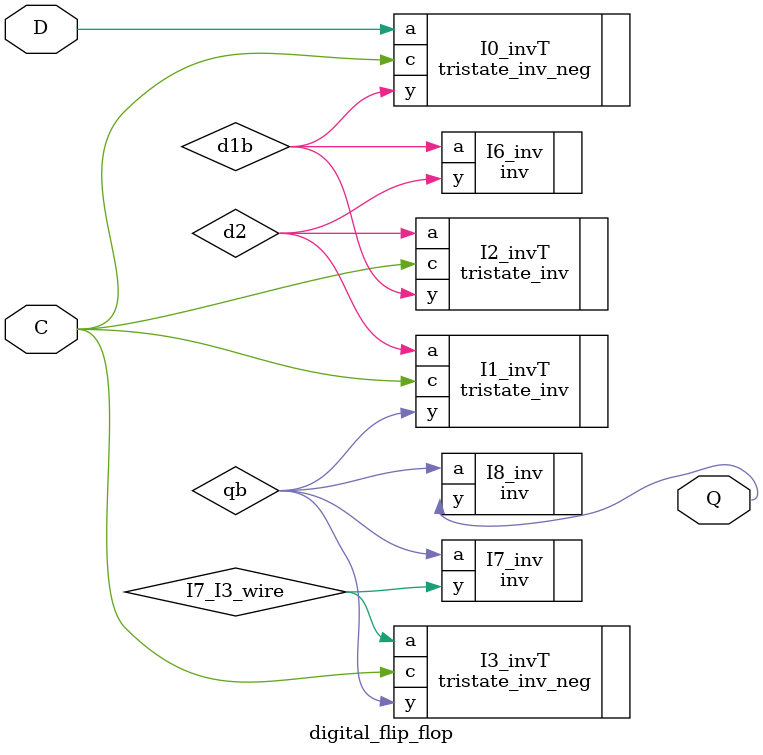
<source format=sv>
`timescale 1ns / 1ps


module digital_flip_flop(
    input D,
    input C,
    output Q
    );
    
    wire d1b, d2, qb, I7_I3_wire;
    
    tristate_inv_neg I0_invT(
        .a(D),
        .c(C),
        .y(d1b));
    
    inv I6_inv(
        .a(d1b),
        .y(d2));
        
    tristate_inv I1_invT(
        .a(d2),
        .c(C),
        .y(qb));
        
    tristate_inv I2_invT(
        .a(d2),
        .c(C),
        .y(d1b));
     
    inv I7_inv(
        .a(qb),
        .y(I7_I3_wire));
      
    tristate_inv_neg I3_invT(
         .a(I7_I3_wire),
         .c(C),
         .y(qb));  
         
    inv I8_inv(
        .a(qb),
        .y(Q));
    
        
    
    
endmodule

</source>
